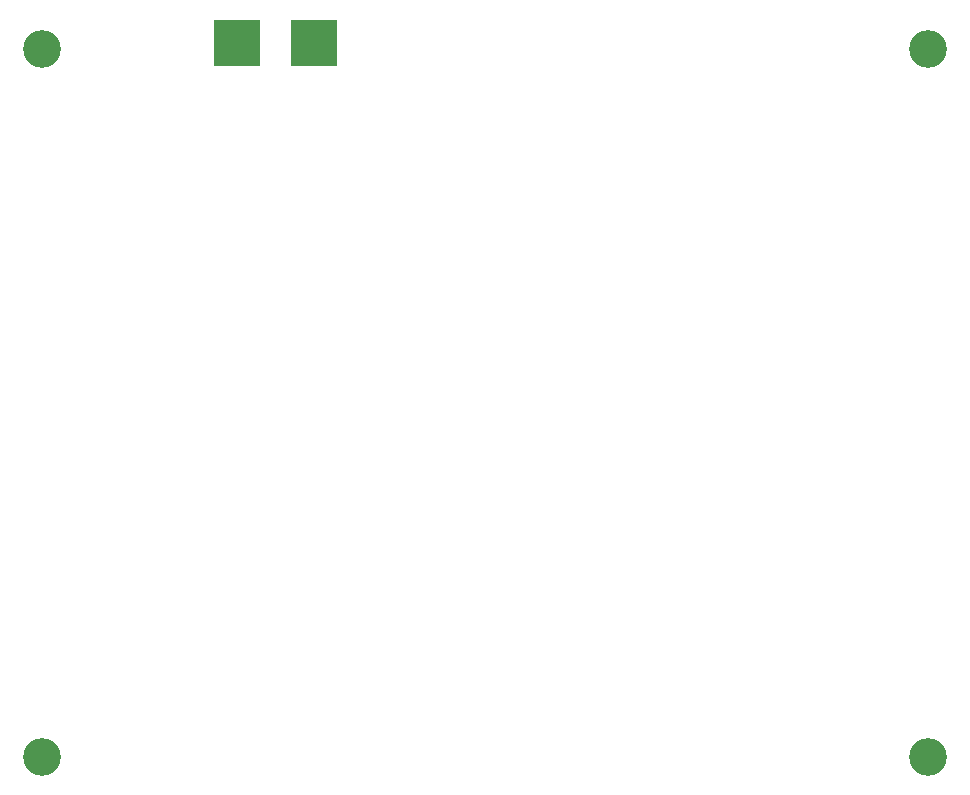
<source format=gbr>
%TF.GenerationSoftware,KiCad,Pcbnew,(6.0.9-0)*%
%TF.CreationDate,2023-03-02T18:42:41+01:00*%
%TF.ProjectId,untitled,756e7469-746c-4656-942e-6b696361645f,rev?*%
%TF.SameCoordinates,Original*%
%TF.FileFunction,Soldermask,Top*%
%TF.FilePolarity,Negative*%
%FSLAX46Y46*%
G04 Gerber Fmt 4.6, Leading zero omitted, Abs format (unit mm)*
G04 Created by KiCad (PCBNEW (6.0.9-0)) date 2023-03-02 18:42:41*
%MOMM*%
%LPD*%
G01*
G04 APERTURE LIST*
%ADD10C,3.200000*%
%ADD11R,4.000000X4.000000*%
G04 APERTURE END LIST*
D10*
%TO.C,REF\u002A\u002A*%
X124000000Y-53000000D03*
%TD*%
D11*
%TO.C,REF\u002A\u002A*%
X72000000Y-52500000D03*
%TD*%
%TO.C,REF\u002A\u002A*%
X65500000Y-52500000D03*
%TD*%
D10*
%TO.C,REF\u002A\u002A*%
X49000000Y-113000000D03*
%TD*%
%TO.C,REF\u002A\u002A*%
X124000000Y-113000000D03*
%TD*%
%TO.C,REF\u002A\u002A*%
X49000000Y-53000000D03*
%TD*%
M02*

</source>
